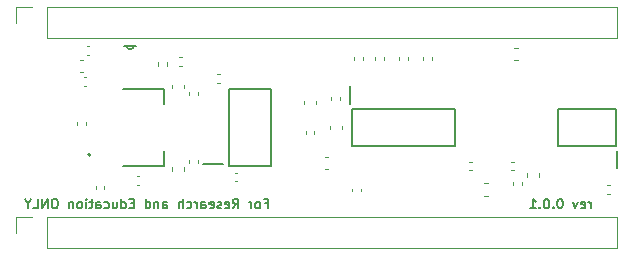
<source format=gbo>
G04 #@! TF.GenerationSoftware,KiCad,Pcbnew,7.0.7*
G04 #@! TF.CreationDate,2023-08-30T11:11:12+01:00*
G04 #@! TF.ProjectId,NB3_hindbrain,4e42335f-6869-46e6-9462-7261696e2e6b,0.0.1*
G04 #@! TF.SameCoordinates,PX4af0920PY4c4db10*
G04 #@! TF.FileFunction,Legend,Bot*
G04 #@! TF.FilePolarity,Positive*
%FSLAX46Y46*%
G04 Gerber Fmt 4.6, Leading zero omitted, Abs format (unit mm)*
G04 Created by KiCad (PCBNEW 7.0.7) date 2023-08-30 11:11:12*
%MOMM*%
%LPD*%
G01*
G04 APERTURE LIST*
%ADD10C,0.150000*%
%ADD11C,0.120000*%
%ADD12C,0.152400*%
%ADD13C,0.200000*%
%ADD14C,0.127000*%
G04 APERTURE END LIST*
D10*
X53833332Y-6844295D02*
X53833332Y-6310961D01*
X53833332Y-6463342D02*
X53795237Y-6387152D01*
X53795237Y-6387152D02*
X53757142Y-6349057D01*
X53757142Y-6349057D02*
X53680951Y-6310961D01*
X53680951Y-6310961D02*
X53604761Y-6310961D01*
X53033332Y-6806200D02*
X53109523Y-6844295D01*
X53109523Y-6844295D02*
X53261904Y-6844295D01*
X53261904Y-6844295D02*
X53338094Y-6806200D01*
X53338094Y-6806200D02*
X53376190Y-6730009D01*
X53376190Y-6730009D02*
X53376190Y-6425247D01*
X53376190Y-6425247D02*
X53338094Y-6349057D01*
X53338094Y-6349057D02*
X53261904Y-6310961D01*
X53261904Y-6310961D02*
X53109523Y-6310961D01*
X53109523Y-6310961D02*
X53033332Y-6349057D01*
X53033332Y-6349057D02*
X52995237Y-6425247D01*
X52995237Y-6425247D02*
X52995237Y-6501438D01*
X52995237Y-6501438D02*
X53376190Y-6577628D01*
X52728571Y-6310961D02*
X52538095Y-6844295D01*
X52538095Y-6844295D02*
X52347618Y-6310961D01*
X51280951Y-6044295D02*
X51204761Y-6044295D01*
X51204761Y-6044295D02*
X51128570Y-6082390D01*
X51128570Y-6082390D02*
X51090475Y-6120485D01*
X51090475Y-6120485D02*
X51052380Y-6196676D01*
X51052380Y-6196676D02*
X51014285Y-6349057D01*
X51014285Y-6349057D02*
X51014285Y-6539533D01*
X51014285Y-6539533D02*
X51052380Y-6691914D01*
X51052380Y-6691914D02*
X51090475Y-6768104D01*
X51090475Y-6768104D02*
X51128570Y-6806200D01*
X51128570Y-6806200D02*
X51204761Y-6844295D01*
X51204761Y-6844295D02*
X51280951Y-6844295D01*
X51280951Y-6844295D02*
X51357142Y-6806200D01*
X51357142Y-6806200D02*
X51395237Y-6768104D01*
X51395237Y-6768104D02*
X51433332Y-6691914D01*
X51433332Y-6691914D02*
X51471428Y-6539533D01*
X51471428Y-6539533D02*
X51471428Y-6349057D01*
X51471428Y-6349057D02*
X51433332Y-6196676D01*
X51433332Y-6196676D02*
X51395237Y-6120485D01*
X51395237Y-6120485D02*
X51357142Y-6082390D01*
X51357142Y-6082390D02*
X51280951Y-6044295D01*
X50671427Y-6768104D02*
X50633332Y-6806200D01*
X50633332Y-6806200D02*
X50671427Y-6844295D01*
X50671427Y-6844295D02*
X50709523Y-6806200D01*
X50709523Y-6806200D02*
X50671427Y-6768104D01*
X50671427Y-6768104D02*
X50671427Y-6844295D01*
X50138094Y-6044295D02*
X50061904Y-6044295D01*
X50061904Y-6044295D02*
X49985713Y-6082390D01*
X49985713Y-6082390D02*
X49947618Y-6120485D01*
X49947618Y-6120485D02*
X49909523Y-6196676D01*
X49909523Y-6196676D02*
X49871428Y-6349057D01*
X49871428Y-6349057D02*
X49871428Y-6539533D01*
X49871428Y-6539533D02*
X49909523Y-6691914D01*
X49909523Y-6691914D02*
X49947618Y-6768104D01*
X49947618Y-6768104D02*
X49985713Y-6806200D01*
X49985713Y-6806200D02*
X50061904Y-6844295D01*
X50061904Y-6844295D02*
X50138094Y-6844295D01*
X50138094Y-6844295D02*
X50214285Y-6806200D01*
X50214285Y-6806200D02*
X50252380Y-6768104D01*
X50252380Y-6768104D02*
X50290475Y-6691914D01*
X50290475Y-6691914D02*
X50328571Y-6539533D01*
X50328571Y-6539533D02*
X50328571Y-6349057D01*
X50328571Y-6349057D02*
X50290475Y-6196676D01*
X50290475Y-6196676D02*
X50252380Y-6120485D01*
X50252380Y-6120485D02*
X50214285Y-6082390D01*
X50214285Y-6082390D02*
X50138094Y-6044295D01*
X49528570Y-6768104D02*
X49490475Y-6806200D01*
X49490475Y-6806200D02*
X49528570Y-6844295D01*
X49528570Y-6844295D02*
X49566666Y-6806200D01*
X49566666Y-6806200D02*
X49528570Y-6768104D01*
X49528570Y-6768104D02*
X49528570Y-6844295D01*
X48728571Y-6844295D02*
X49185714Y-6844295D01*
X48957142Y-6844295D02*
X48957142Y-6044295D01*
X48957142Y-6044295D02*
X49033333Y-6158580D01*
X49033333Y-6158580D02*
X49109523Y-6234771D01*
X49109523Y-6234771D02*
X49185714Y-6272866D01*
X26261906Y-6425247D02*
X26528572Y-6425247D01*
X26528572Y-6844295D02*
X26528572Y-6044295D01*
X26528572Y-6044295D02*
X26147620Y-6044295D01*
X25728573Y-6844295D02*
X25804763Y-6806200D01*
X25804763Y-6806200D02*
X25842858Y-6768104D01*
X25842858Y-6768104D02*
X25880954Y-6691914D01*
X25880954Y-6691914D02*
X25880954Y-6463342D01*
X25880954Y-6463342D02*
X25842858Y-6387152D01*
X25842858Y-6387152D02*
X25804763Y-6349057D01*
X25804763Y-6349057D02*
X25728573Y-6310961D01*
X25728573Y-6310961D02*
X25614287Y-6310961D01*
X25614287Y-6310961D02*
X25538096Y-6349057D01*
X25538096Y-6349057D02*
X25500001Y-6387152D01*
X25500001Y-6387152D02*
X25461906Y-6463342D01*
X25461906Y-6463342D02*
X25461906Y-6691914D01*
X25461906Y-6691914D02*
X25500001Y-6768104D01*
X25500001Y-6768104D02*
X25538096Y-6806200D01*
X25538096Y-6806200D02*
X25614287Y-6844295D01*
X25614287Y-6844295D02*
X25728573Y-6844295D01*
X25119048Y-6844295D02*
X25119048Y-6310961D01*
X25119048Y-6463342D02*
X25080953Y-6387152D01*
X25080953Y-6387152D02*
X25042858Y-6349057D01*
X25042858Y-6349057D02*
X24966667Y-6310961D01*
X24966667Y-6310961D02*
X24890477Y-6310961D01*
X23557143Y-6844295D02*
X23823810Y-6463342D01*
X24014286Y-6844295D02*
X24014286Y-6044295D01*
X24014286Y-6044295D02*
X23709524Y-6044295D01*
X23709524Y-6044295D02*
X23633334Y-6082390D01*
X23633334Y-6082390D02*
X23595239Y-6120485D01*
X23595239Y-6120485D02*
X23557143Y-6196676D01*
X23557143Y-6196676D02*
X23557143Y-6310961D01*
X23557143Y-6310961D02*
X23595239Y-6387152D01*
X23595239Y-6387152D02*
X23633334Y-6425247D01*
X23633334Y-6425247D02*
X23709524Y-6463342D01*
X23709524Y-6463342D02*
X24014286Y-6463342D01*
X22909524Y-6806200D02*
X22985715Y-6844295D01*
X22985715Y-6844295D02*
X23138096Y-6844295D01*
X23138096Y-6844295D02*
X23214286Y-6806200D01*
X23214286Y-6806200D02*
X23252382Y-6730009D01*
X23252382Y-6730009D02*
X23252382Y-6425247D01*
X23252382Y-6425247D02*
X23214286Y-6349057D01*
X23214286Y-6349057D02*
X23138096Y-6310961D01*
X23138096Y-6310961D02*
X22985715Y-6310961D01*
X22985715Y-6310961D02*
X22909524Y-6349057D01*
X22909524Y-6349057D02*
X22871429Y-6425247D01*
X22871429Y-6425247D02*
X22871429Y-6501438D01*
X22871429Y-6501438D02*
X23252382Y-6577628D01*
X22566668Y-6806200D02*
X22490477Y-6844295D01*
X22490477Y-6844295D02*
X22338096Y-6844295D01*
X22338096Y-6844295D02*
X22261906Y-6806200D01*
X22261906Y-6806200D02*
X22223810Y-6730009D01*
X22223810Y-6730009D02*
X22223810Y-6691914D01*
X22223810Y-6691914D02*
X22261906Y-6615723D01*
X22261906Y-6615723D02*
X22338096Y-6577628D01*
X22338096Y-6577628D02*
X22452382Y-6577628D01*
X22452382Y-6577628D02*
X22528572Y-6539533D01*
X22528572Y-6539533D02*
X22566668Y-6463342D01*
X22566668Y-6463342D02*
X22566668Y-6425247D01*
X22566668Y-6425247D02*
X22528572Y-6349057D01*
X22528572Y-6349057D02*
X22452382Y-6310961D01*
X22452382Y-6310961D02*
X22338096Y-6310961D01*
X22338096Y-6310961D02*
X22261906Y-6349057D01*
X21576191Y-6806200D02*
X21652382Y-6844295D01*
X21652382Y-6844295D02*
X21804763Y-6844295D01*
X21804763Y-6844295D02*
X21880953Y-6806200D01*
X21880953Y-6806200D02*
X21919049Y-6730009D01*
X21919049Y-6730009D02*
X21919049Y-6425247D01*
X21919049Y-6425247D02*
X21880953Y-6349057D01*
X21880953Y-6349057D02*
X21804763Y-6310961D01*
X21804763Y-6310961D02*
X21652382Y-6310961D01*
X21652382Y-6310961D02*
X21576191Y-6349057D01*
X21576191Y-6349057D02*
X21538096Y-6425247D01*
X21538096Y-6425247D02*
X21538096Y-6501438D01*
X21538096Y-6501438D02*
X21919049Y-6577628D01*
X20852382Y-6844295D02*
X20852382Y-6425247D01*
X20852382Y-6425247D02*
X20890477Y-6349057D01*
X20890477Y-6349057D02*
X20966668Y-6310961D01*
X20966668Y-6310961D02*
X21119049Y-6310961D01*
X21119049Y-6310961D02*
X21195239Y-6349057D01*
X20852382Y-6806200D02*
X20928573Y-6844295D01*
X20928573Y-6844295D02*
X21119049Y-6844295D01*
X21119049Y-6844295D02*
X21195239Y-6806200D01*
X21195239Y-6806200D02*
X21233335Y-6730009D01*
X21233335Y-6730009D02*
X21233335Y-6653819D01*
X21233335Y-6653819D02*
X21195239Y-6577628D01*
X21195239Y-6577628D02*
X21119049Y-6539533D01*
X21119049Y-6539533D02*
X20928573Y-6539533D01*
X20928573Y-6539533D02*
X20852382Y-6501438D01*
X20471429Y-6844295D02*
X20471429Y-6310961D01*
X20471429Y-6463342D02*
X20433334Y-6387152D01*
X20433334Y-6387152D02*
X20395239Y-6349057D01*
X20395239Y-6349057D02*
X20319048Y-6310961D01*
X20319048Y-6310961D02*
X20242858Y-6310961D01*
X19633334Y-6806200D02*
X19709525Y-6844295D01*
X19709525Y-6844295D02*
X19861906Y-6844295D01*
X19861906Y-6844295D02*
X19938096Y-6806200D01*
X19938096Y-6806200D02*
X19976191Y-6768104D01*
X19976191Y-6768104D02*
X20014287Y-6691914D01*
X20014287Y-6691914D02*
X20014287Y-6463342D01*
X20014287Y-6463342D02*
X19976191Y-6387152D01*
X19976191Y-6387152D02*
X19938096Y-6349057D01*
X19938096Y-6349057D02*
X19861906Y-6310961D01*
X19861906Y-6310961D02*
X19709525Y-6310961D01*
X19709525Y-6310961D02*
X19633334Y-6349057D01*
X19290477Y-6844295D02*
X19290477Y-6044295D01*
X18947620Y-6844295D02*
X18947620Y-6425247D01*
X18947620Y-6425247D02*
X18985715Y-6349057D01*
X18985715Y-6349057D02*
X19061906Y-6310961D01*
X19061906Y-6310961D02*
X19176192Y-6310961D01*
X19176192Y-6310961D02*
X19252382Y-6349057D01*
X19252382Y-6349057D02*
X19290477Y-6387152D01*
X17614286Y-6844295D02*
X17614286Y-6425247D01*
X17614286Y-6425247D02*
X17652381Y-6349057D01*
X17652381Y-6349057D02*
X17728572Y-6310961D01*
X17728572Y-6310961D02*
X17880953Y-6310961D01*
X17880953Y-6310961D02*
X17957143Y-6349057D01*
X17614286Y-6806200D02*
X17690477Y-6844295D01*
X17690477Y-6844295D02*
X17880953Y-6844295D01*
X17880953Y-6844295D02*
X17957143Y-6806200D01*
X17957143Y-6806200D02*
X17995239Y-6730009D01*
X17995239Y-6730009D02*
X17995239Y-6653819D01*
X17995239Y-6653819D02*
X17957143Y-6577628D01*
X17957143Y-6577628D02*
X17880953Y-6539533D01*
X17880953Y-6539533D02*
X17690477Y-6539533D01*
X17690477Y-6539533D02*
X17614286Y-6501438D01*
X17233333Y-6310961D02*
X17233333Y-6844295D01*
X17233333Y-6387152D02*
X17195238Y-6349057D01*
X17195238Y-6349057D02*
X17119048Y-6310961D01*
X17119048Y-6310961D02*
X17004762Y-6310961D01*
X17004762Y-6310961D02*
X16928571Y-6349057D01*
X16928571Y-6349057D02*
X16890476Y-6425247D01*
X16890476Y-6425247D02*
X16890476Y-6844295D01*
X16166666Y-6844295D02*
X16166666Y-6044295D01*
X16166666Y-6806200D02*
X16242857Y-6844295D01*
X16242857Y-6844295D02*
X16395238Y-6844295D01*
X16395238Y-6844295D02*
X16471428Y-6806200D01*
X16471428Y-6806200D02*
X16509523Y-6768104D01*
X16509523Y-6768104D02*
X16547619Y-6691914D01*
X16547619Y-6691914D02*
X16547619Y-6463342D01*
X16547619Y-6463342D02*
X16509523Y-6387152D01*
X16509523Y-6387152D02*
X16471428Y-6349057D01*
X16471428Y-6349057D02*
X16395238Y-6310961D01*
X16395238Y-6310961D02*
X16242857Y-6310961D01*
X16242857Y-6310961D02*
X16166666Y-6349057D01*
X15176189Y-6425247D02*
X14909523Y-6425247D01*
X14795237Y-6844295D02*
X15176189Y-6844295D01*
X15176189Y-6844295D02*
X15176189Y-6044295D01*
X15176189Y-6044295D02*
X14795237Y-6044295D01*
X14109522Y-6844295D02*
X14109522Y-6044295D01*
X14109522Y-6806200D02*
X14185713Y-6844295D01*
X14185713Y-6844295D02*
X14338094Y-6844295D01*
X14338094Y-6844295D02*
X14414284Y-6806200D01*
X14414284Y-6806200D02*
X14452379Y-6768104D01*
X14452379Y-6768104D02*
X14490475Y-6691914D01*
X14490475Y-6691914D02*
X14490475Y-6463342D01*
X14490475Y-6463342D02*
X14452379Y-6387152D01*
X14452379Y-6387152D02*
X14414284Y-6349057D01*
X14414284Y-6349057D02*
X14338094Y-6310961D01*
X14338094Y-6310961D02*
X14185713Y-6310961D01*
X14185713Y-6310961D02*
X14109522Y-6349057D01*
X13385712Y-6310961D02*
X13385712Y-6844295D01*
X13728569Y-6310961D02*
X13728569Y-6730009D01*
X13728569Y-6730009D02*
X13690474Y-6806200D01*
X13690474Y-6806200D02*
X13614284Y-6844295D01*
X13614284Y-6844295D02*
X13499998Y-6844295D01*
X13499998Y-6844295D02*
X13423807Y-6806200D01*
X13423807Y-6806200D02*
X13385712Y-6768104D01*
X12661902Y-6806200D02*
X12738093Y-6844295D01*
X12738093Y-6844295D02*
X12890474Y-6844295D01*
X12890474Y-6844295D02*
X12966664Y-6806200D01*
X12966664Y-6806200D02*
X13004759Y-6768104D01*
X13004759Y-6768104D02*
X13042855Y-6691914D01*
X13042855Y-6691914D02*
X13042855Y-6463342D01*
X13042855Y-6463342D02*
X13004759Y-6387152D01*
X13004759Y-6387152D02*
X12966664Y-6349057D01*
X12966664Y-6349057D02*
X12890474Y-6310961D01*
X12890474Y-6310961D02*
X12738093Y-6310961D01*
X12738093Y-6310961D02*
X12661902Y-6349057D01*
X11976188Y-6844295D02*
X11976188Y-6425247D01*
X11976188Y-6425247D02*
X12014283Y-6349057D01*
X12014283Y-6349057D02*
X12090474Y-6310961D01*
X12090474Y-6310961D02*
X12242855Y-6310961D01*
X12242855Y-6310961D02*
X12319045Y-6349057D01*
X11976188Y-6806200D02*
X12052379Y-6844295D01*
X12052379Y-6844295D02*
X12242855Y-6844295D01*
X12242855Y-6844295D02*
X12319045Y-6806200D01*
X12319045Y-6806200D02*
X12357141Y-6730009D01*
X12357141Y-6730009D02*
X12357141Y-6653819D01*
X12357141Y-6653819D02*
X12319045Y-6577628D01*
X12319045Y-6577628D02*
X12242855Y-6539533D01*
X12242855Y-6539533D02*
X12052379Y-6539533D01*
X12052379Y-6539533D02*
X11976188Y-6501438D01*
X11709521Y-6310961D02*
X11404759Y-6310961D01*
X11595235Y-6044295D02*
X11595235Y-6730009D01*
X11595235Y-6730009D02*
X11557140Y-6806200D01*
X11557140Y-6806200D02*
X11480950Y-6844295D01*
X11480950Y-6844295D02*
X11404759Y-6844295D01*
X11138092Y-6844295D02*
X11138092Y-6310961D01*
X11138092Y-6044295D02*
X11176188Y-6082390D01*
X11176188Y-6082390D02*
X11138092Y-6120485D01*
X11138092Y-6120485D02*
X11099997Y-6082390D01*
X11099997Y-6082390D02*
X11138092Y-6044295D01*
X11138092Y-6044295D02*
X11138092Y-6120485D01*
X10642855Y-6844295D02*
X10719045Y-6806200D01*
X10719045Y-6806200D02*
X10757140Y-6768104D01*
X10757140Y-6768104D02*
X10795236Y-6691914D01*
X10795236Y-6691914D02*
X10795236Y-6463342D01*
X10795236Y-6463342D02*
X10757140Y-6387152D01*
X10757140Y-6387152D02*
X10719045Y-6349057D01*
X10719045Y-6349057D02*
X10642855Y-6310961D01*
X10642855Y-6310961D02*
X10528569Y-6310961D01*
X10528569Y-6310961D02*
X10452378Y-6349057D01*
X10452378Y-6349057D02*
X10414283Y-6387152D01*
X10414283Y-6387152D02*
X10376188Y-6463342D01*
X10376188Y-6463342D02*
X10376188Y-6691914D01*
X10376188Y-6691914D02*
X10414283Y-6768104D01*
X10414283Y-6768104D02*
X10452378Y-6806200D01*
X10452378Y-6806200D02*
X10528569Y-6844295D01*
X10528569Y-6844295D02*
X10642855Y-6844295D01*
X10033330Y-6310961D02*
X10033330Y-6844295D01*
X10033330Y-6387152D02*
X9995235Y-6349057D01*
X9995235Y-6349057D02*
X9919045Y-6310961D01*
X9919045Y-6310961D02*
X9804759Y-6310961D01*
X9804759Y-6310961D02*
X9728568Y-6349057D01*
X9728568Y-6349057D02*
X9690473Y-6425247D01*
X9690473Y-6425247D02*
X9690473Y-6844295D01*
X8547615Y-6044295D02*
X8395234Y-6044295D01*
X8395234Y-6044295D02*
X8319044Y-6082390D01*
X8319044Y-6082390D02*
X8242853Y-6158580D01*
X8242853Y-6158580D02*
X8204758Y-6310961D01*
X8204758Y-6310961D02*
X8204758Y-6577628D01*
X8204758Y-6577628D02*
X8242853Y-6730009D01*
X8242853Y-6730009D02*
X8319044Y-6806200D01*
X8319044Y-6806200D02*
X8395234Y-6844295D01*
X8395234Y-6844295D02*
X8547615Y-6844295D01*
X8547615Y-6844295D02*
X8623806Y-6806200D01*
X8623806Y-6806200D02*
X8699996Y-6730009D01*
X8699996Y-6730009D02*
X8738092Y-6577628D01*
X8738092Y-6577628D02*
X8738092Y-6310961D01*
X8738092Y-6310961D02*
X8699996Y-6158580D01*
X8699996Y-6158580D02*
X8623806Y-6082390D01*
X8623806Y-6082390D02*
X8547615Y-6044295D01*
X7861901Y-6844295D02*
X7861901Y-6044295D01*
X7861901Y-6044295D02*
X7404758Y-6844295D01*
X7404758Y-6844295D02*
X7404758Y-6044295D01*
X6642854Y-6844295D02*
X7023806Y-6844295D01*
X7023806Y-6844295D02*
X7023806Y-6044295D01*
X6223806Y-6463342D02*
X6223806Y-6844295D01*
X6490473Y-6044295D02*
X6223806Y-6463342D01*
X6223806Y-6463342D02*
X5957140Y-6044295D01*
D11*
X11920000Y-5243641D02*
X11920000Y-4936359D01*
X12680000Y-5243641D02*
X12680000Y-4936359D01*
X18390000Y3359420D02*
X18390000Y3640580D01*
X19410000Y3359420D02*
X19410000Y3640580D01*
X56090000Y-7560000D02*
X56090000Y-10220000D01*
X7770000Y-7560000D02*
X56090000Y-7560000D01*
X7770000Y-7560000D02*
X7770000Y-10220000D01*
X6500000Y-7560000D02*
X5170000Y-7560000D01*
X5170000Y-7560000D02*
X5170000Y-8890000D01*
X7770000Y-10220000D02*
X56090000Y-10220000D01*
X40430000Y6003641D02*
X40430000Y5696359D01*
X39670000Y6003641D02*
X39670000Y5696359D01*
D12*
X15154800Y6924000D02*
X15383400Y6924000D01*
X14545200Y6924000D02*
X15154800Y6924000D01*
X14316600Y6924000D02*
X14545200Y6924000D01*
X14545200Y6924000D02*
G75*
G03*
X15154800Y6924000I304800J0D01*
G01*
D11*
X22457836Y3790000D02*
X22242164Y3790000D01*
X22457836Y4510000D02*
X22242164Y4510000D01*
X38380000Y6003641D02*
X38380000Y5696359D01*
X37620000Y6003641D02*
X37620000Y5696359D01*
X10865580Y4690000D02*
X10584420Y4690000D01*
X10865580Y5710000D02*
X10584420Y5710000D01*
X31640580Y-3510000D02*
X31359420Y-3510000D01*
X31640580Y-2490000D02*
X31359420Y-2490000D01*
X45115580Y-5760000D02*
X44834420Y-5760000D01*
X45115580Y-4740000D02*
X44834420Y-4740000D01*
X11127836Y3540000D02*
X10912164Y3540000D01*
X11127836Y4260000D02*
X10912164Y4260000D01*
X34360000Y-5192164D02*
X34360000Y-5407836D01*
X33640000Y-5192164D02*
X33640000Y-5407836D01*
X19253641Y5220000D02*
X18946359Y5220000D01*
X19253641Y5980000D02*
X18946359Y5980000D01*
D13*
X33490000Y3475000D02*
X33490000Y1950000D01*
X42342000Y1600000D02*
X33658000Y1600000D01*
X33658000Y1600000D02*
X33658000Y-1600000D01*
X42342000Y-1600000D02*
X42342000Y1600000D01*
X33658000Y-1600000D02*
X42342000Y-1600000D01*
D11*
X19840000Y2792164D02*
X19840000Y3007836D01*
X20560000Y2792164D02*
X20560000Y3007836D01*
X20560000Y-2792164D02*
X20560000Y-3007836D01*
X19840000Y-2792164D02*
X19840000Y-3007836D01*
X19410000Y-3359420D02*
X19410000Y-3640580D01*
X18390000Y-3359420D02*
X18390000Y-3640580D01*
D13*
X56080000Y-3450000D02*
X56080000Y-1950000D01*
X51050000Y-1600000D02*
X55950000Y-1600000D01*
X55950000Y-1600000D02*
X55950000Y1600000D01*
X51050000Y1600000D02*
X51050000Y-1600000D01*
X55950000Y1600000D02*
X51050000Y1600000D01*
D11*
X47270000Y-4893641D02*
X47270000Y-4586359D01*
X48030000Y-4893641D02*
X48030000Y-4586359D01*
X43757836Y-3610000D02*
X43542164Y-3610000D01*
X43757836Y-2890000D02*
X43542164Y-2890000D01*
X47384420Y6760000D02*
X47665580Y6760000D01*
X47384420Y5740000D02*
X47665580Y5740000D01*
X15607836Y-4860000D02*
X15392164Y-4860000D01*
X15607836Y-4140000D02*
X15392164Y-4140000D01*
X23712164Y-3840000D02*
X23927836Y-3840000D01*
X23712164Y-4560000D02*
X23927836Y-4560000D01*
X34580000Y6003641D02*
X34580000Y5696359D01*
X33820000Y6003641D02*
X33820000Y5696359D01*
X10320000Y171359D02*
X10320000Y478641D01*
X11080000Y171359D02*
X11080000Y478641D01*
X48490000Y-4165580D02*
X48490000Y-3884420D01*
X49510000Y-4165580D02*
X49510000Y-3884420D01*
X55262164Y-4890000D02*
X55477836Y-4890000D01*
X55262164Y-5610000D02*
X55477836Y-5610000D01*
X31890000Y2342164D02*
X31890000Y2557836D01*
X32610000Y2342164D02*
X32610000Y2557836D01*
X29590000Y1959420D02*
X29590000Y2240580D01*
X30610000Y1959420D02*
X30610000Y2240580D01*
X17220000Y5246359D02*
X17220000Y5553641D01*
X17980000Y5246359D02*
X17980000Y5553641D01*
X30460000Y-292164D02*
X30460000Y-507836D01*
X29740000Y-292164D02*
X29740000Y-507836D01*
D13*
X21025000Y-3125000D02*
X22675000Y-3125000D01*
X23250000Y3250000D02*
X23250000Y-3250000D01*
X23250000Y-3250000D02*
X26750000Y-3250000D01*
X26750000Y3250000D02*
X23250000Y3250000D01*
X26750000Y-3250000D02*
X26750000Y3250000D01*
D11*
X32760000Y140580D02*
X32760000Y-140580D01*
X31740000Y140580D02*
X31740000Y-140580D01*
D14*
X14250000Y3250000D02*
X17750000Y3250000D01*
X14250000Y-3250000D02*
X17750000Y-3250000D01*
X17750000Y3250000D02*
X17750000Y2010000D01*
X17750000Y-3250000D02*
X17750000Y-2010000D01*
D13*
X11500000Y-2300000D02*
G75*
G03*
X11500000Y-2300000I-100000J0D01*
G01*
D11*
X36380000Y6003641D02*
X36380000Y5696359D01*
X35620000Y6003641D02*
X35620000Y5696359D01*
X47122164Y-2890000D02*
X47337836Y-2890000D01*
X47122164Y-3610000D02*
X47337836Y-3610000D01*
X11377836Y6140000D02*
X11162164Y6140000D01*
X11377836Y6860000D02*
X11162164Y6860000D01*
X56090000Y10220000D02*
X56090000Y7560000D01*
X7770000Y10220000D02*
X56090000Y10220000D01*
X7770000Y10220000D02*
X7770000Y7560000D01*
X6500000Y10220000D02*
X5170000Y10220000D01*
X5170000Y10220000D02*
X5170000Y8890000D01*
X7770000Y7560000D02*
X56090000Y7560000D01*
M02*

</source>
